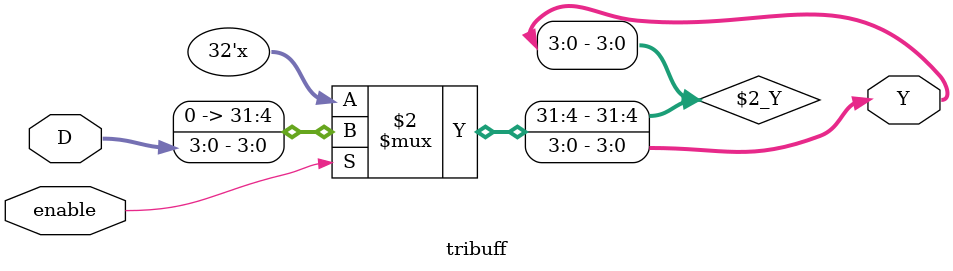
<source format=v>

module tribuff(
  input wire enable,
  input wire [3:0] D,
  output wire [3:0] Y);

  assign Y = enable? D:'bz;

endmodule

</source>
